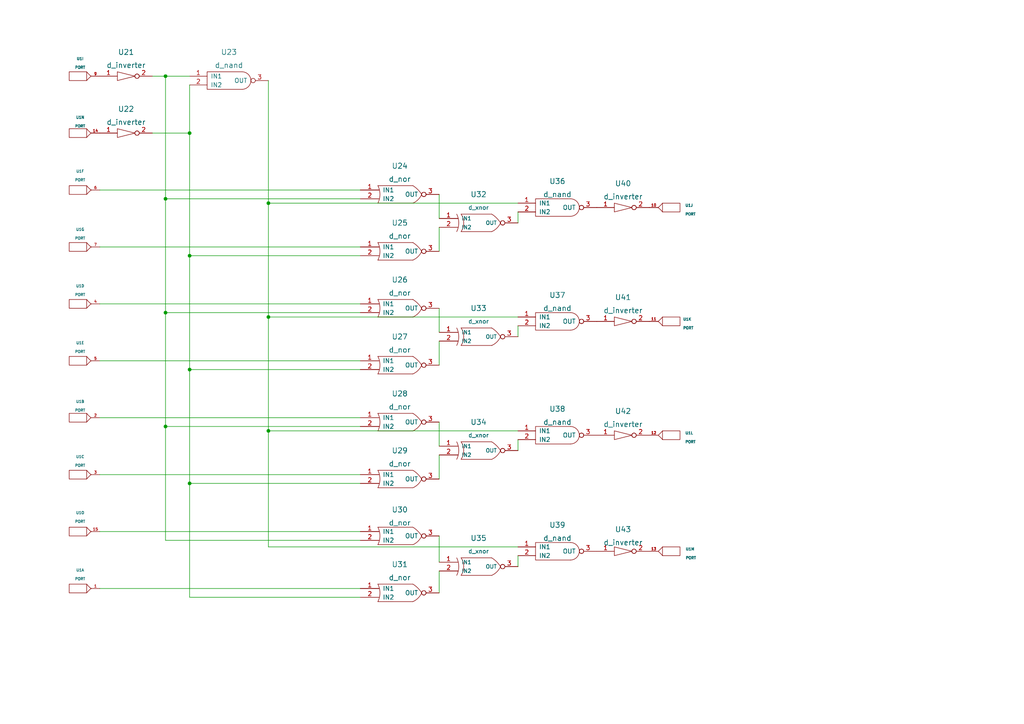
<source format=kicad_sch>
(kicad_sch (version 20211123) (generator eeschema)
  (paper "A4")
  (lib_symbols
    (symbol "eSim_Digital:d_inverter" (pin_names (offset 1.016))
      (property "Reference" "U" (at 0 -2.54 0))
      (property "Value" "d_inverter" (at 0 3.81 0))
      (symbol "d_inverter_0_1"
        (polyline (pts (xy -2.54 1.27) (xy -2.54 -1.27) (xy 2.54 0) (xy -2.54 1.27)))
      )
      (symbol "d_inverter_1_1"
        (pin input line (at -7.62 0 0) (length 5.08) (name "~") (number "1"))
        (pin output inverted (at 7.62 0 180) (length 5.08) (name "~") (number "2"))
      )
    )
    (symbol "eSim_Digital:d_nand" (pin_names (offset 1.016))
      (property "Reference" "U" (at 0 0 0))
      (property "Value" "d_nand" (at 1.27 2.54 0))
      (symbol "d_nand_0_1"
        (polyline (pts (xy 3.81 -1.27) (xy -6.35 -1.27) (xy -6.35 3.81) (xy 3.81 3.81)))
        (arc (start 3.81 -1.27) (mid 5.5897 -0.5171) (end 6.35 1.27))
        (arc (start 6.35 1.27) (mid 5.5971 3.0497) (end 3.81 3.81))
      )
      (symbol "d_nand_1_1"
        (pin input line (at -11.43 2.54 0) (length 5.08) (name "IN1") (number "1"))
        (pin input line (at -11.43 0 0) (length 5.08) (name "IN2") (number "2"))
        (pin output inverted (at 11.43 1.27 180) (length 5.08) (name "OUT") (number "3"))
      )
    )
    (symbol "eSim_Digital:d_nor" (pin_names (offset 1.016))
      (property "Reference" "U" (at 0 0 0))
      (property "Value" "d_nor" (at 1.27 2.54 0))
      (symbol "d_nor_0_1"
        (arc (start -6.35 -1.27) (mid -5.7504 1.27) (end -6.35 3.81))
        (polyline (pts (xy -6.35 -1.27) (xy 3.81 -1.27)))
        (polyline (pts (xy -6.35 3.81) (xy 3.81 3.81)))
        (arc (start 3.81 -1.27) (mid 5.3181 -0.2399) (end 6.35 1.27))
        (arc (start 6.35 1.27) (mid 5.2222 2.6828) (end 3.81 3.81))
      )
      (symbol "d_nor_1_1"
        (pin input line (at -11.43 2.54 0) (length 5.461) (name "IN1") (number "1"))
        (pin input line (at -11.43 0 0) (length 5.461) (name "IN2") (number "2"))
        (pin output inverted (at 11.43 1.27 180) (length 5.08) (name "OUT") (number "3"))
      )
    )
    (symbol "eSim_Digital:d_xnor" (pin_names (offset 1.016))
      (property "Reference" "U" (at 0 0 0))
      (property "Value" "d_xnor" (at 1.27 2.54 0))
      (symbol "d_xnor_0_1"
        (arc (start -6.35 -1.27) (mid -5.7504 1.27) (end -6.35 3.81))
        (arc (start -5.08 -1.27) (mid -4.3109 1.27) (end -5.08 3.81))
        (polyline (pts (xy 3.81 -1.27) (xy -5.08 -1.27)))
        (polyline (pts (xy 3.81 3.81) (xy -5.08 3.81)))
        (arc (start 3.81 -1.27) (mid 5.3181 -0.2399) (end 6.35 1.27))
        (arc (start 6.35 1.27) (mid 5.2222 2.6828) (end 3.81 3.81))
      )
      (symbol "d_xnor_1_1"
        (pin input line (at -11.43 2.54 0) (length 5.461) (name "IN1") (number "1"))
        (pin input line (at -11.43 0 0) (length 5.461) (name "IN2") (number "2"))
        (pin output inverted (at 11.43 1.27 180) (length 5.08) (name "OUT") (number "3"))
      )
    )
    (symbol "eSim_Miscellaneous:PORT" (pin_names (offset 1.016))
      (property "Reference" "U" (at 1.27 2.54 0))
      (property "Value" "PORT" (at 0 0 0))
      (symbol "PORT_0_1"
        (rectangle (start -2.54 1.27) (end 2.54 -1.27))
        (arc (start 2.54 1.27) (mid 3.1355 0.5955) (end 3.81 0))
        (arc (start 3.81 0) (mid 3.1447 -0.6046) (end 2.54 -1.27))
      )
      (symbol "PORT_1_1"
        (pin bidirectional line (at 6.35 0 180) (length 2.54) (name "~") (number "1"))
      )
      (symbol "PORT_2_1"
        (pin bidirectional line (at 6.35 0 180) (length 2.54) (name "~") (number "2"))
      )
      (symbol "PORT_3_1"
        (pin bidirectional line (at 6.35 0 180) (length 2.54) (name "~") (number "3"))
      )
      (symbol "PORT_4_1"
        (pin bidirectional line (at 6.35 0 180) (length 2.54) (name "~") (number "4"))
      )
      (symbol "PORT_5_1"
        (pin bidirectional line (at 6.35 0 180) (length 2.54) (name "~") (number "5"))
      )
      (symbol "PORT_6_1"
        (pin bidirectional line (at 6.35 0 180) (length 2.54) (name "~") (number "6"))
      )
      (symbol "PORT_7_1"
        (pin bidirectional line (at 6.35 0 180) (length 2.54) (name "~") (number "7"))
      )
      (symbol "PORT_8_1"
        (pin bidirectional line (at 6.35 0 180) (length 2.54) (name "~") (number "8"))
      )
      (symbol "PORT_9_1"
        (pin bidirectional line (at 6.35 0 180) (length 2.54) (name "~") (number "9"))
      )
      (symbol "PORT_10_1"
        (pin bidirectional line (at 6.35 0 180) (length 2.54) (name "~") (number "10"))
      )
      (symbol "PORT_11_1"
        (pin bidirectional line (at 6.35 0 180) (length 2.54) (name "~") (number "11"))
      )
      (symbol "PORT_12_1"
        (pin bidirectional line (at 6.35 0 180) (length 2.54) (name "~") (number "12"))
      )
      (symbol "PORT_13_1"
        (pin bidirectional line (at 6.35 0 180) (length 2.54) (name "~") (number "13"))
      )
      (symbol "PORT_14_1"
        (pin bidirectional line (at 6.35 0 180) (length 2.54) (name "~") (number "14"))
      )
      (symbol "PORT_15_1"
        (pin bidirectional line (at 6.35 0 180) (length 2.54) (name "~") (number "15"))
      )
      (symbol "PORT_16_1"
        (pin bidirectional line (at 6.35 0 180) (length 2.54) (name "~") (number "16"))
      )
      (symbol "PORT_17_1"
        (pin bidirectional line (at 6.35 0 180) (length 2.54) (name "~") (number "17"))
      )
      (symbol "PORT_18_1"
        (pin bidirectional line (at 6.35 0 180) (length 2.54) (name "~") (number "18"))
      )
      (symbol "PORT_19_1"
        (pin bidirectional line (at 6.35 0 180) (length 2.54) (name "~") (number "19"))
      )
      (symbol "PORT_20_1"
        (pin bidirectional line (at 6.35 0 180) (length 2.54) (name "~") (number "20"))
      )
      (symbol "PORT_21_1"
        (pin bidirectional line (at 6.35 0 180) (length 2.54) (name "~") (number "21"))
      )
      (symbol "PORT_22_1"
        (pin bidirectional line (at 6.35 0 180) (length 2.54) (name "~") (number "22"))
      )
      (symbol "PORT_23_1"
        (pin bidirectional line (at 6.35 0 180) (length 2.54) (name "~") (number "23"))
      )
      (symbol "PORT_24_1"
        (pin bidirectional line (at 6.35 0 180) (length 2.54) (name "~") (number "24"))
      )
      (symbol "PORT_25_1"
        (pin bidirectional line (at 6.35 0 180) (length 2.54) (name "~") (number "25"))
      )
      (symbol "PORT_26_1"
        (pin bidirectional line (at 6.35 0 180) (length 2.54) (name "~") (number "26"))
      )
    )
  )
  (junction (at 54.991 74.168))
  (junction (at 77.851 124.968))
  (junction (at 77.851 58.928))
  (junction (at 48.006 22.098))
  (junction (at 77.851 91.948))
  (junction (at 48.006 123.698))
  (junction (at 54.991 140.208))
  (junction (at 48.006 57.658))
  (junction (at 54.991 107.188))
  (junction (at 54.991 38.608))
  (junction (at 48.006 90.678))
  (wire (pts (xy 104.521 74.168) (xy 54.991 74.168)))
  (wire (pts (xy 54.991 24.638) (xy 54.991 38.608)))
  (wire (pts (xy 127.381 65.913) (xy 127.381 72.898)))
  (wire (pts (xy 150.241 158.623) (xy 77.851 158.623)))
  (wire (pts (xy 127.381 98.933) (xy 127.381 105.918)))
  (wire (pts (xy 28.956 121.158) (xy 104.521 121.158)))
  (wire (pts (xy 104.521 173.228) (xy 54.991 173.228)))
  (wire (pts (xy 127.381 131.953) (xy 127.381 138.938)))
  (wire (pts (xy 48.006 22.098) (xy 48.006 57.658)))
  (wire (pts (xy 77.851 91.948) (xy 77.851 124.968)))
  (wire (pts (xy 127.381 155.448) (xy 127.381 163.068)))
  (wire (pts (xy 104.521 90.678) (xy 48.006 90.678)))
  (wire (pts (xy 54.991 74.168) (xy 54.991 107.188)))
  (wire (pts (xy 28.956 71.628) (xy 104.521 71.628)))
  (wire (pts (xy 44.196 22.098) (xy 48.006 22.098)))
  (wire (pts (xy 104.521 140.208) (xy 54.991 140.208)))
  (wire (pts (xy 54.991 38.608) (xy 54.991 74.168)))
  (wire (pts (xy 127.381 165.608) (xy 127.381 171.958)))
  (wire (pts (xy 48.006 90.678) (xy 48.006 123.698)))
  (wire (pts (xy 127.381 122.428) (xy 127.381 129.413)))
  (wire (pts (xy 150.241 58.928) (xy 77.851 58.928)))
  (wire (pts (xy 150.241 94.488) (xy 150.241 97.663)))
  (wire (pts (xy 127.381 89.408) (xy 127.381 96.393)))
  (wire (pts (xy 127.381 56.388) (xy 127.381 63.373)))
  (wire (pts (xy 54.991 140.208) (xy 54.991 173.228)))
  (wire (pts (xy 104.521 57.658) (xy 48.006 57.658)))
  (wire (pts (xy 104.521 156.718) (xy 48.006 156.718)))
  (wire (pts (xy 54.991 107.188) (xy 54.991 140.208)))
  (wire (pts (xy 77.851 23.368) (xy 77.851 58.928)))
  (wire (pts (xy 48.006 123.698) (xy 48.006 156.718)))
  (wire (pts (xy 28.956 104.648) (xy 104.521 104.648)))
  (wire (pts (xy 150.241 91.948) (xy 77.851 91.948)))
  (wire (pts (xy 28.956 137.668) (xy 104.521 137.668)))
  (wire (pts (xy 48.006 57.658) (xy 48.006 90.678)))
  (wire (pts (xy 54.991 22.098) (xy 48.006 22.098)))
  (wire (pts (xy 150.241 124.968) (xy 77.851 124.968)))
  (wire (pts (xy 104.521 107.188) (xy 54.991 107.188)))
  (wire (pts (xy 77.851 58.928) (xy 77.851 91.948)))
  (wire (pts (xy 104.521 123.698) (xy 48.006 123.698)))
  (wire (pts (xy 28.956 154.178) (xy 104.521 154.178)))
  (wire (pts (xy 28.956 55.118) (xy 104.521 55.118)))
  (wire (pts (xy 44.196 38.608) (xy 54.991 38.608)))
  (wire (pts (xy 28.956 170.688) (xy 104.521 170.688)))
  (wire (pts (xy 150.241 61.468) (xy 150.241 64.643)))
  (wire (pts (xy 150.241 161.163) (xy 150.241 164.338)))
  (wire (pts (xy 150.241 127.508) (xy 150.241 130.683)))
  (wire (pts (xy 28.956 88.138) (xy 104.521 88.138)))
  (wire (pts (xy 77.851 124.968) (xy 77.851 158.623)))
  (symbol (lib_id "eSim_Digital:d_nand") (at 161.671 94.488 0) (unit 1)
    (property "Reference" "U37" (at 161.671 85.598 0) (effects (font (size 1.524 1.524))))
    (property "Value" "d_nand" (at 161.671 89.408 0) (effects (font (size 1.524 1.524))))
  )
  (symbol (lib_id "eSim_Digital:d_inverter") (at 180.721 126.238 0) (unit 1)
    (property "Reference" "U42" (at 180.721 119.253 0) (effects (font (size 1.524 1.524))))
    (property "Value" "d_inverter" (at 180.721 123.063 0) (effects (font (size 1.524 1.524))))
  )
  (symbol (lib_id "eSim_Digital:d_nor") (at 115.951 107.188 0) (unit 1)
    (property "Reference" "U27" (at 115.951 97.663 0) (effects (font (size 1.524 1.524))))
    (property "Value" "d_nor" (at 115.951 101.473 0) (effects (font (size 1.524 1.524))))
  )
  (symbol (lib_id "eSim_Digital:d_nor") (at 115.951 140.208 0) (unit 1)
    (property "Reference" "U29" (at 115.951 130.683 0) (effects (font (size 1.524 1.524))))
    (property "Value" "d_nor" (at 115.951 134.493 0) (effects (font (size 1.524 1.524))))
  )
  (symbol (lib_id "eSim_Miscellaneous:PORT") (at 22.606 121.158 0) (unit 2)
    (property "Reference" "U1" (at 23.241 116.459 0) (effects (font (size 0.762 0.762))))
    (property "Value" "PORT" (at 23.241 118.999 0) (effects (font (size 0.762 0.762))))
  )
  (symbol (lib_id "eSim_Miscellaneous:PORT") (at 22.606 88.138 0) (unit 4)
    (property "Reference" "U1" (at 23.241 82.931 0) (effects (font (size 0.762 0.762))))
    (property "Value" "PORT" (at 23.241 85.471 0) (effects (font (size 0.762 0.762))))
  )
  (symbol (lib_id "eSim_Digital:d_inverter") (at 36.576 22.098 0) (unit 1)
    (property "Reference" "U21" (at 36.576 15.113 0) (effects (font (size 1.524 1.524))))
    (property "Value" "d_inverter" (at 36.576 18.923 0) (effects (font (size 1.524 1.524))))
  )
  (symbol (lib_id "eSim_Digital:d_inverter") (at 180.721 60.198 0) (unit 1)
    (property "Reference" "U40" (at 180.721 53.213 0) (effects (font (size 1.524 1.524))))
    (property "Value" "d_inverter" (at 180.721 57.023 0) (effects (font (size 1.524 1.524))))
  )
  (symbol (lib_id "eSim_Digital:d_nand") (at 161.671 61.468 0) (unit 1)
    (property "Reference" "U36" (at 161.671 52.578 0) (effects (font (size 1.524 1.524))))
    (property "Value" "d_nand" (at 161.671 56.388 0) (effects (font (size 1.524 1.524))))
  )
  (symbol (lib_id "eSim_Digital:d_xnor") (at 138.811 165.608 0) (unit 1)
    (property "Reference" "U35" (at 138.811 156.083 0) (effects (font (size 1.524 1.524))))
    (property "Value" "d_xnor" (at 138.811 159.893 0) (effects (font (size 1.1938 1.1938))))
  )
  (symbol (lib_id "eSim_Miscellaneous:PORT") (at 22.606 71.628 0) (unit 7)
    (property "Reference" "U1" (at 23.241 66.548 0) (effects (font (size 0.762 0.762))))
    (property "Value" "PORT" (at 23.241 69.088 0) (effects (font (size 0.762 0.762))))
  )
  (symbol (lib_id "eSim_Miscellaneous:PORT") (at 22.606 104.648 0) (unit 5)
    (property "Reference" "U1" (at 23.241 99.441 0) (effects (font (size 0.762 0.762))))
    (property "Value" "PORT" (at 23.241 101.981 0) (effects (font (size 0.762 0.762))))
  )
  (symbol (lib_id "eSim_Digital:d_xnor") (at 138.811 65.913 0) (unit 1)
    (property "Reference" "U32" (at 138.811 56.388 0) (effects (font (size 1.524 1.524))))
    (property "Value" "d_xnor" (at 138.811 60.198 0) (effects (font (size 1.1938 1.1938))))
  )
  (symbol (lib_id "eSim_Digital:d_nand") (at 66.421 24.638 0) (unit 1)
    (property "Reference" "U23" (at 66.421 15.113 0) (effects (font (size 1.524 1.524))))
    (property "Value" "d_nand" (at 66.421 18.923 0) (effects (font (size 1.524 1.524))))
  )
  (symbol (lib_id "eSim_Digital:d_xnor") (at 138.811 98.933 0) (unit 1)
    (property "Reference" "U33" (at 138.811 89.408 0) (effects (font (size 1.524 1.524))))
    (property "Value" "d_xnor" (at 138.811 93.218 0) (effects (font (size 1.1938 1.1938))))
  )
  (symbol (lib_id "eSim_Digital:d_inverter") (at 36.576 38.608 0) (unit 1)
    (property "Reference" "U22" (at 36.576 31.623 0) (effects (font (size 1.524 1.524))))
    (property "Value" "d_inverter" (at 36.576 35.433 0) (effects (font (size 1.524 1.524))))
  )
  (symbol (lib_id "eSim_Digital:d_nor") (at 115.951 173.228 0) (unit 1)
    (property "Reference" "U31" (at 115.951 163.703 0) (effects (font (size 1.524 1.524))))
    (property "Value" "d_nor" (at 115.951 167.513 0) (effects (font (size 1.524 1.524))))
  )
  (symbol (lib_id "eSim_Digital:d_inverter") (at 180.721 93.218 0) (unit 1)
    (property "Reference" "U41" (at 180.721 86.233 0) (effects (font (size 1.524 1.524))))
    (property "Value" "d_inverter" (at 180.721 90.043 0) (effects (font (size 1.524 1.524))))
  )
  (symbol (lib_id "eSim_Digital:d_nor") (at 115.951 123.698 0) (unit 1)
    (property "Reference" "U28" (at 115.951 114.173 0) (effects (font (size 1.524 1.524))))
    (property "Value" "d_nor" (at 115.951 117.983 0) (effects (font (size 1.524 1.524))))
  )
  (symbol (lib_id "eSim_Miscellaneous:PORT") (at 194.691 93.218 180) (unit 11)
    (property "Reference" "U1" (at 198.12 92.583 0) (effects (font (size 0.762 0.762)) (justify right)))
    (property "Value" "PORT" (at 198.12 95.123 0) (effects (font (size 0.762 0.762)) (justify right)))
  )
  (symbol (lib_id "eSim_Digital:d_nor") (at 115.951 156.718 0) (unit 1)
    (property "Reference" "U30" (at 115.951 147.828 0) (effects (font (size 1.524 1.524))))
    (property "Value" "d_nor" (at 115.951 151.638 0) (effects (font (size 1.524 1.524))))
  )
  (symbol (lib_id "eSim_Digital:d_nor") (at 115.951 57.658 0) (unit 1)
    (property "Reference" "U24" (at 115.951 48.133 0) (effects (font (size 1.524 1.524))))
    (property "Value" "d_nor" (at 115.951 51.943 0) (effects (font (size 1.524 1.524))))
  )
  (symbol (lib_id "eSim_Miscellaneous:PORT") (at 194.691 60.198 180) (unit 10)
    (property "Reference" "U1" (at 198.755 59.563 0) (effects (font (size 0.762 0.762)) (justify right)))
    (property "Value" "PORT" (at 198.755 62.103 0) (effects (font (size 0.762 0.762)) (justify right)))
  )
  (symbol (lib_id "eSim_Digital:d_nand") (at 161.671 161.163 0) (unit 1)
    (property "Reference" "U39" (at 161.671 152.273 0) (effects (font (size 1.524 1.524))))
    (property "Value" "d_nand" (at 161.671 156.083 0) (effects (font (size 1.524 1.524))))
  )
  (symbol (lib_id "eSim_Miscellaneous:PORT") (at 194.691 126.238 180) (unit 12)
    (property "Reference" "U1" (at 198.755 125.603 0) (effects (font (size 0.762 0.762)) (justify right)))
    (property "Value" "PORT" (at 198.755 128.143 0) (effects (font (size 0.762 0.762)) (justify right)))
  )
  (symbol (lib_id "eSim_Miscellaneous:PORT") (at 22.606 55.118 0) (unit 6)
    (property "Reference" "U1" (at 23.241 49.657 0) (effects (font (size 0.762 0.762))))
    (property "Value" "PORT" (at 23.241 52.197 0) (effects (font (size 0.762 0.762))))
  )
  (symbol (lib_id "eSim_Miscellaneous:PORT") (at 22.606 38.608 0) (unit 14)
    (property "Reference" "U1" (at 23.241 34.036 0) (effects (font (size 0.762 0.762))))
    (property "Value" "PORT" (at 23.241 36.576 0) (effects (font (size 0.762 0.762))))
  )
  (symbol (lib_id "eSim_Miscellaneous:PORT") (at 194.691 159.893 180) (unit 13)
    (property "Reference" "U1" (at 198.882 159.258 0) (effects (font (size 0.762 0.762)) (justify right)))
    (property "Value" "PORT" (at 198.882 161.798 0) (effects (font (size 0.762 0.762)) (justify right)))
  )
  (symbol (lib_id "eSim_Miscellaneous:PORT") (at 22.606 154.178 0) (unit 15)
    (property "Reference" "U1" (at 23.241 148.717 0) (effects (font (size 0.762 0.762))))
    (property "Value" "PORT" (at 23.241 151.257 0) (effects (font (size 0.762 0.762))))
  )
  (symbol (lib_id "eSim_Digital:d_xnor") (at 138.811 131.953 0) (unit 1)
    (property "Reference" "U34" (at 138.811 122.428 0) (effects (font (size 1.524 1.524))))
    (property "Value" "d_xnor" (at 138.811 126.238 0) (effects (font (size 1.1938 1.1938))))
  )
  (symbol (lib_id "eSim_Digital:d_nand") (at 161.671 127.508 0) (unit 1)
    (property "Reference" "U38" (at 161.671 118.618 0) (effects (font (size 1.524 1.524))))
    (property "Value" "d_nand" (at 161.671 122.428 0) (effects (font (size 1.524 1.524))))
  )
  (symbol (lib_id "eSim_Miscellaneous:PORT") (at 22.606 170.688 0) (unit 1)
    (property "Reference" "U1" (at 23.241 165.354 0) (effects (font (size 0.762 0.762))))
    (property "Value" "PORT" (at 23.241 167.894 0) (effects (font (size 0.762 0.762))))
  )
  (symbol (lib_id "eSim_Digital:d_nor") (at 115.951 74.168 0) (unit 1)
    (property "Reference" "U25" (at 115.951 64.643 0) (effects (font (size 1.524 1.524))))
    (property "Value" "d_nor" (at 115.951 68.453 0) (effects (font (size 1.524 1.524))))
  )
  (symbol (lib_id "eSim_Digital:d_nor") (at 115.951 90.678 0) (unit 1)
    (property "Reference" "U26" (at 115.951 81.153 0) (effects (font (size 1.524 1.524))))
    (property "Value" "d_nor" (at 115.951 84.963 0) (effects (font (size 1.524 1.524))))
  )
  (symbol (lib_id "eSim_Miscellaneous:PORT") (at 22.606 137.668 0) (unit 3)
    (property "Reference" "U1" (at 23.241 132.461 0) (effects (font (size 0.762 0.762))))
    (property "Value" "PORT" (at 23.241 135.001 0) (effects (font (size 0.762 0.762))))
  )
  (symbol (lib_id "eSim_Digital:d_inverter") (at 180.721 159.893 0) (unit 1)
    (property "Reference" "U43" (at 180.721 153.543 0) (effects (font (size 1.524 1.524))))
    (property "Value" "d_inverter" (at 180.721 157.353 0) (effects (font (size 1.524 1.524))))
  )
  (symbol (lib_id "eSim_Miscellaneous:PORT") (at 22.606 22.098 0) (unit 9)
    (property "Reference" "U1" (at 23.241 17.018 0) (effects (font (size 0.762 0.762))))
    (property "Value" "PORT" (at 23.241 19.558 0) (effects (font (size 0.762 0.762))))
  )
)
</source>
